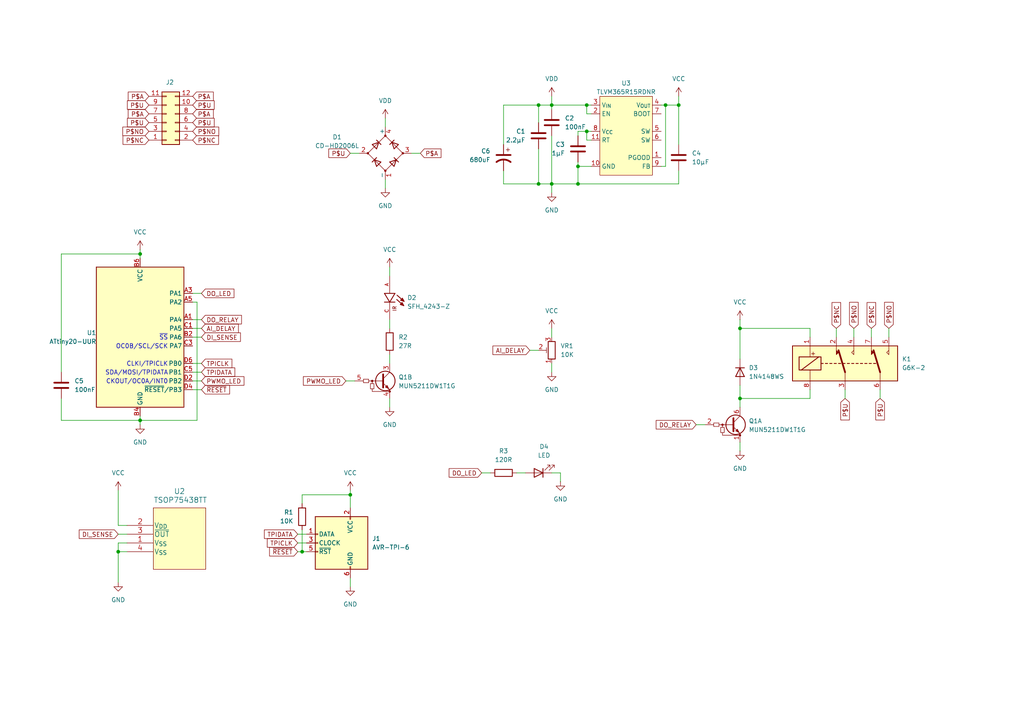
<source format=kicad_sch>
(kicad_sch (version 20250114) (generator "eeschema") (generator_version "9.0")
  (paper "A4")
  (lib_symbols
    (symbol "Connector:AVR-TPI-6" (pin_names (offset 1.016))
      (property "Reference" "J" (at -6.35 8.89 0))
      (property "Value" "AVR-TPI-6" (at 0 8.89 0))
      (symbol "AVR-TPI-6_0_1"
        (rectangle (start -2.667 7.62) (end -2.413 6.858))
        (rectangle (start -2.667 -6.858) (end -2.413 -7.62))
        (rectangle (start 7.62 7.62) (end -7.62 -7.62) (stroke (width 0.254)) (fill (type background)))
        (rectangle (start 7.62 2.667) (end 6.858 2.413))
        (rectangle (start 7.62 0.127) (end 6.858 -0.127))
        (rectangle (start 7.62 -2.413) (end 6.858 -2.667))
      )
      (symbol "AVR-TPI-6_1_1"
        (pin passive line (at -2.54 10.16 270) (length 2.54) (name "VCC") (number "2"))
        (pin passive line (at -2.54 -10.16 90) (length 2.54) (name "GND") (number "6"))
        (pin no_connect line (at 7.62 -5.08 180) (length 2.54) (hide yes) (name "NC") (number "4"))
        (pin passive line (at 10.16 2.54 180) (length 2.54) (name "DATA") (number "1"))
        (pin passive line (at 10.16 0 180) (length 2.54) (name "CLOCK") (number "3"))
        (pin passive line (at 10.16 -2.54 180) (length 2.54) (name "~{RST}") (number "5"))
      )
    )
    (symbol "Connector_Generic:Conn_02x06_Odd_Even" (pin_names (offset 1.016) (hide yes))
      (property "Reference" "J" (at 1.27 7.62 0))
      (property "Value" "Conn_02x06_Odd_Even" (at 1.27 -10.16 0))
      (symbol "Conn_02x06_Odd_Even_1_1"
        (rectangle (start -1.27 6.35) (end 3.81 -8.89) (stroke (width 0.254)) (fill (type background)))
        (rectangle (start -1.27 5.207) (end 0 4.953) (stroke (width 0.1524)))
        (rectangle (start -1.27 2.667) (end 0 2.413) (stroke (width 0.1524)))
        (rectangle (start -1.27 0.127) (end 0 -0.127) (stroke (width 0.1524)))
        (rectangle (start -1.27 -2.413) (end 0 -2.667) (stroke (width 0.1524)))
        (rectangle (start -1.27 -4.953) (end 0 -5.207) (stroke (width 0.1524)))
        (rectangle (start -1.27 -7.493) (end 0 -7.747) (stroke (width 0.1524)))
        (rectangle (start 3.81 5.207) (end 2.54 4.953) (stroke (width 0.1524)))
        (rectangle (start 3.81 2.667) (end 2.54 2.413) (stroke (width 0.1524)))
        (rectangle (start 3.81 0.127) (end 2.54 -0.127) (stroke (width 0.1524)))
        (rectangle (start 3.81 -2.413) (end 2.54 -2.667) (stroke (width 0.1524)))
        (rectangle (start 3.81 -4.953) (end 2.54 -5.207) (stroke (width 0.1524)))
        (rectangle (start 3.81 -7.493) (end 2.54 -7.747) (stroke (width 0.1524)))
        (pin passive line (at -5.08 5.08 0) (length 3.81) (name "Pin_1") (number "1"))
        (pin passive line (at -5.08 2.54 0) (length 3.81) (name "Pin_3") (number "3"))
        (pin passive line (at -5.08 0 0) (length 3.81) (name "Pin_5") (number "5"))
        (pin passive line (at -5.08 -2.54 0) (length 3.81) (name "Pin_7") (number "7"))
        (pin passive line (at -5.08 -5.08 0) (length 3.81) (name "Pin_9") (number "9"))
        (pin passive line (at -5.08 -7.62 0) (length 3.81) (name "Pin_11") (number "11"))
        (pin passive line (at 7.62 5.08 180) (length 3.81) (name "Pin_2") (number "2"))
        (pin passive line (at 7.62 2.54 180) (length 3.81) (name "Pin_4") (number "4"))
        (pin passive line (at 7.62 0 180) (length 3.81) (name "Pin_6") (number "6"))
        (pin passive line (at 7.62 -2.54 180) (length 3.81) (name "Pin_8") (number "8"))
        (pin passive line (at 7.62 -5.08 180) (length 3.81) (name "Pin_10") (number "10"))
        (pin passive line (at 7.62 -7.62 180) (length 3.81) (name "Pin_12") (number "12"))
      )
    )
    (symbol "Device:C" (pin_numbers (hide yes)) (pin_names (offset 0.254))
      (property "Reference" "C" (at 0.635 2.54 0))
      (property "Value" "C" (at 0.635 -2.54 0))
      (symbol "C_0_1"
        (polyline (pts (xy -2.032 0.762) (xy 2.032 0.762)) (stroke (width 0.508)))
        (polyline (pts (xy -2.032 -0.762) (xy 2.032 -0.762)) (stroke (width 0.508)))
      )
      (symbol "C_1_1"
        (pin passive line (at 0 3.81 270) (length 2.794) (name "~") (number "1"))
        (pin passive line (at 0 -3.81 90) (length 2.794) (name "~") (number "2"))
      )
    )
    (symbol "Device:C_Polarized_US" (pin_numbers (hide yes)) (pin_names (offset 0.254) (hide yes))
      (property "Reference" "C" (at 0.635 2.54 0))
      (property "Value" "C_Polarized_US" (at 0.635 -2.54 0))
      (symbol "C_Polarized_US_0_1"
        (polyline (pts (xy -2.032 0.762) (xy 2.032 0.762)) (stroke (width 0.508)))
        (polyline (pts (xy -1.778 2.286) (xy -0.762 2.286)))
        (polyline (pts (xy -1.27 1.778) (xy -1.27 2.794)))
        (arc (start -2.032 -1.27) (mid 0 -0.5572) (end 2.032 -1.27) (stroke (width 0.508)))
      )
      (symbol "C_Polarized_US_1_1"
        (pin passive line (at 0 3.81 270) (length 2.794) (name "~") (number "1"))
        (pin passive line (at 0 -3.81 90) (length 3.302) (name "~") (number "2"))
      )
    )
    (symbol "Device:D_Bridge_-AA+" (pin_names (offset 0))
      (property "Reference" "D" (at 2.54 6.985 0))
      (property "Value" "D_Bridge_-AA+" (at 2.54 5.08 0))
      (symbol "D_Bridge_-AA+_0_1"
        (circle (center -5.08 0) (radius 0.254) (fill (type outline)))
        (polyline (pts (xy -5.08 0) (xy 0 -5.08) (xy 5.08 0) (xy 0 5.08) (xy -5.08 0)))
        (polyline (pts (xy -3.81 2.54) (xy -2.54 1.27) (xy -1.905 3.175) (xy -3.81 2.54)) (stroke (width 0.254)))
        (polyline (pts (xy -2.54 3.81) (xy -1.27 2.54)) (stroke (width 0.254)))
        (polyline (pts (xy -2.54 -1.27) (xy -3.81 -2.54) (xy -1.905 -3.175) (xy -2.54 -1.27)) (stroke (width 0.254)))
        (polyline (pts (xy -1.27 -2.54) (xy -2.54 -3.81)) (stroke (width 0.254)))
        (circle (center 0 5.08) (radius 0.254) (fill (type outline)))
        (circle (center 0 -5.08) (radius 0.254) (fill (type outline)))
        (polyline (pts (xy 1.27 2.54) (xy 2.54 3.81) (xy 3.175 1.905) (xy 1.27 2.54)) (stroke (width 0.254)))
        (polyline (pts (xy 2.54 1.27) (xy 3.81 2.54)) (stroke (width 0.254)))
        (polyline (pts (xy 2.54 -1.27) (xy 3.81 -2.54)) (stroke (width 0.254)))
        (polyline (pts (xy 3.175 -1.905) (xy 1.27 -2.54) (xy 2.54 -3.81) (xy 3.175 -1.905)) (stroke (width 0.254)))
        (circle (center 5.08 0) (radius 0.254) (fill (type outline)))
      )
      (symbol "D_Bridge_-AA+_1_1"
        (pin passive line (at -7.62 0 0) (length 2.54) (name "-") (number "1"))
        (pin passive line (at 0 7.62 270) (length 2.54) (name "~") (number "2"))
        (pin passive line (at 0 -7.62 90) (length 2.54) (name "~") (number "3"))
        (pin passive line (at 7.62 0 180) (length 2.54) (name "+") (number "4"))
      )
    )
    (symbol "Device:LED" (pin_numbers (hide yes)) (pin_names (offset 1.016) (hide yes))
      (property "Reference" "D" (at 0 2.54 0))
      (property "Value" "LED" (at 0 -2.54 0))
      (symbol "LED_0_1"
        (polyline (pts (xy -3.048 -0.762) (xy -4.572 -2.286) (xy -3.81 -2.286) (xy -4.572 -2.286) (xy -4.572 -1.524)))
        (polyline (pts (xy -1.778 -0.762) (xy -3.302 -2.286) (xy -2.54 -2.286) (xy -3.302 -2.286) (xy -3.302 -1.524)))
        (polyline (pts (xy -1.27 0) (xy 1.27 0)))
        (polyline (pts (xy -1.27 -1.27) (xy -1.27 1.27)) (stroke (width 0.254)))
        (polyline (pts (xy 1.27 -1.27) (xy 1.27 1.27) (xy -1.27 0) (xy 1.27 -1.27)) (stroke (width 0.254)))
      )
      (symbol "LED_1_1"
        (pin passive line (at -3.81 0 0) (length 2.54) (name "K") (number "1"))
        (pin passive line (at 3.81 0 180) (length 2.54) (name "A") (number "2"))
      )
    )
    (symbol "Device:R" (pin_numbers (hide yes)) (pin_names (offset 0))
      (property "Reference" "R" (at 2.032 0 90))
      (property "Value" "R" (at 0 0 90))
      (symbol "R_0_1"
        (rectangle (start -1.016 -2.54) (end 1.016 2.54) (stroke (width 0.254)))
      )
      (symbol "R_1_1"
        (pin passive line (at 0 3.81 270) (length 1.27) (name "~") (number "1"))
        (pin passive line (at 0 -3.81 90) (length 1.27) (name "~") (number "2"))
      )
    )
    (symbol "Device:R_Potentiometer_Trim" (pin_names (offset 1.016) (hide yes))
      (property "Reference" "RV" (at -4.445 0 90))
      (property "Value" "R_Potentiometer_Trim" (at -2.54 0 90))
      (symbol "R_Potentiometer_Trim_0_1"
        (rectangle (start 1.016 2.54) (end -1.016 -2.54) (stroke (width 0.254)))
        (polyline (pts (xy 1.524 0.762) (xy 1.524 -0.762)))
        (polyline (pts (xy 2.54 0) (xy 1.524 0)))
      )
      (symbol "R_Potentiometer_Trim_1_1"
        (pin passive line (at 0 3.81 270) (length 1.27) (name "1") (number "1"))
        (pin passive line (at 0 -3.81 90) (length 1.27) (name "3") (number "3"))
        (pin passive line (at 3.81 0 180) (length 1.27) (name "2") (number "2"))
      )
    )
    (symbol "Diode:1N4148WS" (pin_numbers (hide yes)) (pin_names (hide yes))
      (property "Reference" "D" (at 0 2.54 0))
      (property "Value" "1N4148WS" (at 0 -2.54 0))
      (symbol "1N4148WS_0_1"
        (polyline (pts (xy -1.27 1.27) (xy -1.27 -1.27)) (stroke (width 0.254)))
        (polyline (pts (xy 1.27 1.27) (xy 1.27 -1.27) (xy -1.27 0) (xy 1.27 1.27)) (stroke (width 0.254)))
        (polyline (pts (xy 1.27 0) (xy -1.27 0)))
      )
      (symbol "1N4148WS_1_1"
        (pin passive line (at -3.81 0 0) (length 2.54) (name "K") (number "1"))
        (pin passive line (at 3.81 0 180) (length 2.54) (name "A") (number "2"))
      )
    )
    (symbol "MCU_Microchip_ATtiny:ATtiny20-U"
      (property "Reference" "U" (at -12.7 21.59 0))
      (property "Value" "ATtiny20-U" (at 2.54 -21.59 0))
      (symbol "ATtiny20-U_0_1"
        (rectangle (start -12.7 -20.32) (end 12.7 20.32) (stroke (width 0.254)) (fill (type background)))
      )
      (symbol "ATtiny20-U_1_1"
        (pin power_in line (at 0 22.86 270) (length 2.54) (name "VCC") (number "B6"))
        (pin power_in line (at 0 -22.86 90) (length 2.54) (name "GND") (number "B4"))
        (pin bidirectional line (at 15.24 12.7 180) (length 2.54) (name "PA1") (number "A3"))
        (pin bidirectional line (at 15.24 10.16 180) (length 2.54) (name "PA2") (number "A5"))
        (pin bidirectional line (at 15.24 5.08 180) (length 2.54) (name "PA4") (number "A1"))
        (pin bidirectional line (at 15.24 2.54 180) (length 2.54) (name "PA5") (number "C1"))
        (pin bidirectional line (at 15.24 0 180) (length 2.54) (name "PA6") (number "B2"))
        (pin bidirectional line (at 15.24 -2.54 180) (length 2.54) (name "PA7") (number "C3"))
        (pin bidirectional line (at 15.24 -7.62 180) (length 2.54) (name "PB0") (number "D6"))
        (pin bidirectional line (at 15.24 -10.16 180) (length 2.54) (name "PB1") (number "C5"))
        (pin bidirectional line (at 15.24 -12.7 180) (length 2.54) (name "PB2") (number "D2"))
        (pin bidirectional line (at 15.24 -15.24 180) (length 2.54) (name "~{RESET}/PB3") (number "D4"))
      )
    )
    (symbol "Relay:G6K-2"
      (property "Reference" "K" (at 16.51 3.81 0))
      (property "Value" "G6K-2" (at 16.51 1.27 0))
      (symbol "G6K-2_0_0"
        (text "+" (at -9.271 2.921 0) (effects (font (size 1.27 1.27))))
      )
      (symbol "G6K-2_0_1"
        (rectangle (start -15.24 5.08) (end 15.24 -5.08) (stroke (width 0.254)) (fill (type background)))
        (rectangle (start -13.335 1.905) (end -6.985 -1.905) (stroke (width 0.254)))
        (polyline (pts (xy -12.7 -1.905) (xy -7.62 1.905)) (stroke (width 0.254)))
        (polyline (pts (xy -10.16 5.08) (xy -10.16 1.905)))
        (polyline (pts (xy -10.16 -5.08) (xy -10.16 -1.905)))
        (polyline (pts (xy -6.985 0) (xy -6.35 0)) (stroke (width 0.254)))
        (polyline (pts (xy -5.715 0) (xy -5.08 0)) (stroke (width 0.254)))
        (polyline (pts (xy -4.445 0) (xy -3.81 0)) (stroke (width 0.254)))
        (polyline (pts (xy -3.175 0) (xy -2.54 0)) (stroke (width 0.254)))
        (polyline (pts (xy -2.54 5.08) (xy -2.54 2.54) (xy -1.905 3.175) (xy -2.54 3.81)) (fill (type outline)))
        (polyline (pts (xy -1.905 0) (xy -1.27 0)) (stroke (width 0.254)))
        (polyline (pts (xy -0.635 0) (xy 0 0)) (stroke (width 0.254)))
        (polyline (pts (xy 0 -2.54) (xy -1.905 3.81)) (stroke (width 0.508)))
        (polyline (pts (xy 0 -2.54) (xy 0 -5.08)))
        (polyline (pts (xy 0.635 0) (xy 1.27 0)) (stroke (width 0.254)))
        (polyline (pts (xy 1.905 0) (xy 2.54 0)) (stroke (width 0.254)))
        (polyline (pts (xy 2.54 5.08) (xy 2.54 2.54) (xy 1.905 3.175) (xy 2.54 3.81)))
        (polyline (pts (xy 3.175 0) (xy 3.81 0)) (stroke (width 0.254)))
        (polyline (pts (xy 4.445 0) (xy 5.08 0)) (stroke (width 0.254)))
        (polyline (pts (xy 5.715 0) (xy 6.35 0)) (stroke (width 0.254)))
        (polyline (pts (xy 6.985 0) (xy 7.62 0)) (stroke (width 0.254)))
        (polyline (pts (xy 7.62 5.08) (xy 7.62 2.54) (xy 8.255 3.175) (xy 7.62 3.81)) (fill (type outline)))
        (polyline (pts (xy 8.255 0) (xy 8.89 0)) (stroke (width 0.254)))
        (polyline (pts (xy 10.16 -2.54) (xy 8.255 3.81)) (stroke (width 0.508)))
        (polyline (pts (xy 10.16 -2.54) (xy 10.16 -5.08)))
        (polyline (pts (xy 12.7 5.08) (xy 12.7 2.54) (xy 12.065 3.175) (xy 12.7 3.81)))
      )
      (symbol "G6K-2_1_1"
        (pin passive line (at -10.16 7.62 270) (length 2.54) (name "~") (number "1"))
        (pin passive line (at -10.16 -7.62 90) (length 2.54) (name "~") (number "8"))
        (pin passive line (at -2.54 7.62 270) (length 2.54) (name "~") (number "2"))
        (pin passive line (at 0 -7.62 90) (length 2.54) (name "~") (number "3"))
        (pin passive line (at 2.54 7.62 270) (length 2.54) (name "~") (number "4"))
        (pin passive line (at 7.62 7.62 270) (length 2.54) (name "~") (number "7"))
        (pin passive line (at 10.16 -7.62 90) (length 2.54) (name "~") (number "6"))
        (pin passive line (at 12.7 7.62 270) (length 2.54) (name "~") (number "5"))
      )
    )
    (symbol "SFH_4243-Z:SFH_4243-Z" (pin_names (offset 1.016) (hide yes))
      (property "Reference" "D" (at -3.556 4.826 0))
      (property "Value" "SFH_4243-Z" (at -3.556 -3.302 0))
      (symbol "SFH_4243-Z_0_0"
        (polyline (pts (xy -2.54 1.524) (xy -2.54 -1.524)) (stroke (width 0.254)))
        (polyline (pts (xy -2.54 -1.524) (xy 0 0)) (stroke (width 0.254)))
        (polyline (pts (xy -1.1176 3.683) (xy -0.2286 4.1656)) (stroke (width 0.254)))
        (polyline (pts (xy -0.9398 3.6068) (xy -0.7112 3.7592)) (stroke (width 0.254)))
        (polyline (pts (xy -0.5588 3.2004) (xy -1.1176 3.683)) (stroke (width 0.254)))
        (polyline (pts (xy -0.5588 3.2004) (xy -0.5334 3.937)) (stroke (width 0.254)))
        (polyline (pts (xy -0.5334 3.937) (xy -0.6604 3.937)) (stroke (width 0.254)))
        (polyline (pts (xy -0.2286 4.1656) (xy -2.0066 2.1336)) (stroke (width 0.254)))
        (polyline (pts (xy -0.2286 4.1656) (xy -0.5588 3.2004)) (stroke (width 0.254)))
        (polyline (pts (xy 0 1.524) (xy 0 -1.524)) (stroke (width 0.254)))
        (polyline (pts (xy 0 0) (xy -2.54 1.524)) (stroke (width 0.254)))
        (polyline (pts (xy 0.127 3.5814) (xy 1.016 4.064)) (stroke (width 0.254)))
        (polyline (pts (xy 0.3048 3.5052) (xy 0.5334 3.6576)) (stroke (width 0.254)))
        (polyline (pts (xy 0.6858 3.0988) (xy 0.127 3.5814)) (stroke (width 0.254)))
        (polyline (pts (xy 0.6858 3.0988) (xy 0.7112 3.8354)) (stroke (width 0.254)))
        (polyline (pts (xy 0.7112 3.8354) (xy 0.5842 3.8354)) (stroke (width 0.254)))
        (polyline (pts (xy 1.016 4.064) (xy -0.762 2.032)) (stroke (width 0.254)))
        (polyline (pts (xy 1.016 4.064) (xy 0.6858 3.0988)) (stroke (width 0.254)))
        (text "IR" (at 1.016 2.032 0) (effects (font (size 1.016 1.016)) (justify left bottom)))
        (pin passive line (at -7.62 0 0) (length 5.08) (name "~") (number "A"))
        (pin passive line (at 5.08 0 180) (length 5.08) (name "~") (number "C"))
      )
    )
    (symbol "TSOP75438WTT:TSOP75438WTT" (pin_names (offset 0.254))
      (property "Reference" "U" (at 0 12.954 0))
      (property "Value" "TSOP75438WTT" (at 0.508 10.668 0))
      (symbol "TSOP75438WTT_0_1"
        (rectangle (start -7.62 8.89) (end 7.62 -8.89) (fill (type background)))
      )
      (symbol "TSOP75438WTT_1_1"
        (pin power_in line (at 15.24 3.81 180) (length 7.62) (name "V_{DD}") (number "2"))
        (pin output line (at 15.24 1.27 180) (length 7.62) (name "~{OUT}") (number "3"))
        (pin power_in line (at 15.24 -1.27 180) (length 7.62) (name "V_{SS}") (number "1"))
        (pin power_in line (at 15.24 -3.81 180) (length 7.62) (name "V_{SS}") (number "4"))
      )
    )
    (symbol "Transistor_BJT:Q_Dual_NPN_NPN_BRT_E1B1C2E2B2C1" (pin_names (hide yes))
      (property "Reference" "Q" (at 3.81 1.27 0))
      (property "Value" "Q_Dual_NPN_NPN_BRT_E1B1C2E2B2C1" (at 3.81 -1.27 0))
      (symbol "Q_Dual_NPN_NPN_BRT_E1B1C2E2B2C1_0_1"
        (rectangle (start -6.35 0.508) (end -4.826 -0.508))
        (rectangle (start -4.318 -2.286) (end -3.302 -0.762))
        (circle (center -3.81 0) (radius 0.254) (fill (type outline)))
        (polyline (pts (xy -3.81 -0.762) (xy -3.81 0)))
        (polyline (pts (xy -3.81 -2.286) (xy -3.81 -3.048) (xy 1.27 -3.048)))
        (polyline (pts (xy -0.762 0) (xy -4.826 0)))
        (polyline (pts (xy -0.635 1.905) (xy -0.635 -1.905)) (stroke (width 0.508)))
        (polyline (pts (xy -0.635 0.635) (xy 1.27 2.54)))
        (polyline (pts (xy -0.635 -0.635) (xy 1.27 -2.54)))
        (polyline (pts (xy 0 -1.778) (xy 0.508 -1.27) (xy 1.016 -2.286) (xy 0 -1.778)) (fill (type outline)))
        (circle (center 1.27 -3.048) (radius 0.254) (fill (type outline)))
      )
      (symbol "Q_Dual_NPN_NPN_BRT_E1B1C2E2B2C1_1_1"
        (circle (center 0 0) (radius 2.8194) (stroke (width 0.254)))
        (pin input line (at -8.89 0 0) (length 2.54) (name "B1") (number "2"))
        (pin passive line (at 1.27 5.08 270) (length 2.54) (name "C1") (number "6"))
        (pin passive line (at 1.27 -5.08 90) (length 2.54) (name "E1") (number "1"))
      )
      (symbol "Q_Dual_NPN_NPN_BRT_E1B1C2E2B2C1_2_1"
        (circle (center 0 0) (radius 2.8194) (stroke (width 0.254)))
        (pin input line (at -8.89 0 0) (length 2.54) (name "B2") (number "5"))
        (pin passive line (at 1.27 5.08 270) (length 2.54) (name "C2") (number "3"))
        (pin passive line (at 1.27 -5.08 90) (length 2.54) (name "E2") (number "4"))
      )
    )
    (symbol "jsdev:TPSM365R1x"
      (property "Reference" "U" (at 0 13.716 0))
      (symbol "TPSM365R1x_0_1"
        (rectangle (start -7.62 11.43) (end 7.62 -11.43) (fill (type background)))
      )
      (symbol "TPSM365R1x_1_1"
        (pin power_in line (at -10.16 8.89 0) (length 2.54) (name "V_{IN}") (number "3"))
        (pin input line (at -10.16 6.35 0) (length 2.54) (name "EN") (number "2"))
        (pin output line (at -10.16 1.27 0) (length 2.54) (name "V_{CC}") (number "8"))
        (pin passive line (at -10.16 -1.27 0) (length 2.54) (name "RT") (number "11"))
        (pin power_in line (at -10.16 -8.89 0) (length 2.54) (name "GND") (number "10"))
        (pin power_out line (at 10.16 8.89 180) (length 2.54) (name "V_{OUT}") (number "4"))
        (pin passive line (at 10.16 6.35 180) (length 2.54) (name "BOOT") (number "7"))
        (pin passive line (at 10.16 1.27 180) (length 2.54) (name "SW") (number "5"))
        (pin passive line (at 10.16 -1.27 180) (length 2.54) (name "SW") (number "6"))
        (pin output line (at 10.16 -6.35 180) (length 2.54) (name "PGOOD") (number "1"))
        (pin passive line (at 10.16 -8.89 180) (length 2.54) (name "FB") (number "9"))
      )
    )
    (symbol "power:GND" (power) (pin_numbers (hide yes)) (pin_names (offset 0) (hide yes))
      (property "Value" "GND" (at 0 -3.81 0))
      (symbol "GND_0_1"
        (polyline (pts (xy 0 0) (xy 0 -1.27) (xy 1.27 -1.27) (xy 0 -2.54) (xy -1.27 -1.27) (xy 0 -1.27)))
      )
      (symbol "GND_1_1"
        (pin power_in line (at 0 0 270) (length 0) (name "~") (number "1"))
      )
    )
    (symbol "power:VCC" (power) (pin_numbers (hide yes)) (pin_names (offset 0) (hide yes))
      (property "Value" "VCC" (at 0 3.556 0))
      (symbol "VCC_0_1"
        (polyline (pts (xy -0.762 1.27) (xy 0 2.54)))
        (polyline (pts (xy 0 2.54) (xy 0.762 1.27)))
        (polyline (pts (xy 0 0) (xy 0 2.54)))
      )
      (symbol "VCC_1_1"
        (pin power_in line (at 0 0 90) (length 0) (name "~") (number "1"))
      )
    )
    (symbol "power:VDD" (power) (pin_numbers (hide yes)) (pin_names (offset 0) (hide yes))
      (property "Value" "VDD" (at 0 3.556 0))
      (symbol "VDD_0_1"
        (polyline (pts (xy -0.762 1.27) (xy 0 2.54)))
        (polyline (pts (xy 0 2.54) (xy 0.762 1.27)))
        (polyline (pts (xy 0 0) (xy 0 2.54)))
      )
      (symbol "VDD_1_1"
        (pin power_in line (at 0 0 90) (length 0) (name "~") (number "1"))
      )
    )
  )
  (text "CLKI/TPICLK" (at 48.768 105.664 0) (effects (font (size 1.27 1.27)) (justify right)))
  (text "SDA/MOSI/TPIDATA" (at 48.768 108.204 0) (effects (font (size 1.27 1.27)) (justify right)))
  (text "CKOUT/OC0A/INT0" (at 48.768 110.744 0) (effects (font (size 1.27 1.27)) (justify right)))
  (text "~{SS}" (at 48.768 98.044 0) (effects (font (size 1.27 1.27)) (justify right)))
  (text "OC0B/SCL/SCK" (at 48.768 100.584 0) (effects (font (size 1.27 1.27)) (justify right)))
  (junction (at 170.18 38.1))
  (junction (at 156.21 53.34))
  (junction (at 87.63 160.02))
  (junction (at 160.02 30.48))
  (junction (at 193.04 30.48))
  (junction (at 34.29 160.02))
  (junction (at 214.63 95.25))
  (junction (at 170.18 30.48))
  (junction (at 40.64 121.92))
  (junction (at 40.64 73.66))
  (junction (at 196.85 30.48))
  (junction (at 214.63 115.57))
  (junction (at 167.64 53.34))
  (junction (at 167.64 48.26))
  (junction (at 156.21 30.48))
  (junction (at 160.02 53.34))
  (junction (at 101.6 143.51))
  (wire (pts (xy 167.64 53.34) (xy 196.85 53.34)))
  (wire (pts (xy 252.73 95.25) (xy 252.73 97.79)))
  (wire (pts (xy 34.29 154.94) (xy 36.83 154.94)))
  (wire (pts (xy 34.29 157.48) (xy 34.29 160.02)))
  (wire (pts (xy 214.63 115.57) (xy 234.95 115.57)))
  (wire (pts (xy 113.03 115.57) (xy 113.03 118.11)))
  (wire (pts (xy 167.64 53.34) (xy 167.64 48.26)))
  (wire (pts (xy 257.81 97.79) (xy 257.81 95.25)))
  (wire (pts (xy 55.88 87.63) (xy 57.15 87.63)))
  (wire (pts (xy 146.05 53.34) (xy 156.21 53.34)))
  (wire (pts (xy 104.14 44.45) (xy 101.6 44.45)))
  (wire (pts (xy 57.15 87.63) (xy 57.15 121.92)))
  (wire (pts (xy 113.03 77.47) (xy 113.03 80.01)))
  (wire (pts (xy 234.95 97.79) (xy 234.95 95.25)))
  (wire (pts (xy 146.05 53.34) (xy 146.05 49.53)))
  (wire (pts (xy 86.36 154.94) (xy 88.9 154.94)))
  (wire (pts (xy 17.78 115.57) (xy 17.78 121.92)))
  (wire (pts (xy 156.21 53.34) (xy 156.21 43.18)))
  (wire (pts (xy 111.76 34.29) (xy 111.76 36.83)))
  (wire (pts (xy 160.02 137.16) (xy 162.56 137.16)))
  (wire (pts (xy 40.64 73.66) (xy 17.78 73.66)))
  (wire (pts (xy 58.42 107.95) (xy 55.88 107.95)))
  (wire (pts (xy 34.29 160.02) (xy 34.29 168.91)))
  (wire (pts (xy 152.4 137.16) (xy 149.86 137.16)))
  (wire (pts (xy 17.78 121.92) (xy 40.64 121.92)))
  (wire (pts (xy 101.6 167.64) (xy 101.6 170.18)))
  (wire (pts (xy 171.45 48.26) (xy 167.64 48.26)))
  (wire (pts (xy 160.02 27.94) (xy 160.02 30.48)))
  (wire (pts (xy 36.83 152.4) (xy 34.29 152.4)))
  (wire (pts (xy 170.18 30.48) (xy 170.18 33.02)))
  (wire (pts (xy 160.02 107.95) (xy 160.02 105.41)))
  (wire (pts (xy 55.88 92.71) (xy 58.42 92.71)))
  (wire (pts (xy 247.65 95.25) (xy 247.65 97.79)))
  (wire (pts (xy 146.05 30.48) (xy 146.05 41.91)))
  (wire (pts (xy 171.45 30.48) (xy 170.18 30.48)))
  (wire (pts (xy 153.67 101.6) (xy 156.21 101.6)))
  (wire (pts (xy 193.04 30.48) (xy 196.85 30.48)))
  (wire (pts (xy 121.92 44.45) (xy 119.38 44.45)))
  (wire (pts (xy 58.42 113.03) (xy 55.88 113.03)))
  (wire (pts (xy 101.6 142.24) (xy 101.6 143.51)))
  (wire (pts (xy 242.57 95.25) (xy 242.57 97.79)))
  (wire (pts (xy 234.95 113.03) (xy 234.95 115.57)))
  (wire (pts (xy 196.85 49.53) (xy 196.85 53.34)))
  (wire (pts (xy 156.21 53.34) (xy 160.02 53.34)))
  (wire (pts (xy 255.27 113.03) (xy 255.27 115.57)))
  (wire (pts (xy 245.11 115.57) (xy 245.11 113.03)))
  (wire (pts (xy 160.02 30.48) (xy 160.02 31.75)))
  (wire (pts (xy 170.18 38.1) (xy 170.18 40.64)))
  (wire (pts (xy 196.85 27.94) (xy 196.85 30.48)))
  (wire (pts (xy 87.63 153.67) (xy 87.63 160.02)))
  (wire (pts (xy 170.18 33.02) (xy 171.45 33.02)))
  (wire (pts (xy 36.83 160.02) (xy 34.29 160.02)))
  (wire (pts (xy 191.77 30.48) (xy 193.04 30.48)))
  (wire (pts (xy 111.76 52.07) (xy 111.76 54.61)))
  (wire (pts (xy 55.88 97.79) (xy 58.42 97.79)))
  (wire (pts (xy 113.03 92.71) (xy 113.03 95.25)))
  (wire (pts (xy 87.63 160.02) (xy 88.9 160.02)))
  (wire (pts (xy 167.64 38.1) (xy 167.64 39.37)))
  (wire (pts (xy 40.64 120.65) (xy 40.64 121.92)))
  (wire (pts (xy 214.63 95.25) (xy 214.63 104.14)))
  (wire (pts (xy 171.45 40.64) (xy 170.18 40.64)))
  (wire (pts (xy 191.77 48.26) (xy 193.04 48.26)))
  (wire (pts (xy 34.29 142.24) (xy 34.29 152.4)))
  (wire (pts (xy 86.36 160.02) (xy 87.63 160.02)))
  (wire (pts (xy 36.83 157.48) (xy 34.29 157.48)))
  (wire (pts (xy 101.6 143.51) (xy 101.6 147.32)))
  (wire (pts (xy 113.03 102.87) (xy 113.03 105.41)))
  (wire (pts (xy 86.36 157.48) (xy 88.9 157.48)))
  (wire (pts (xy 214.63 128.27) (xy 214.63 130.81)))
  (wire (pts (xy 160.02 39.37) (xy 160.02 53.34)))
  (wire (pts (xy 146.05 30.48) (xy 156.21 30.48)))
  (wire (pts (xy 40.64 73.66) (xy 40.64 74.93)))
  (wire (pts (xy 214.63 118.11) (xy 214.63 115.57)))
  (wire (pts (xy 156.21 35.56) (xy 156.21 30.48)))
  (wire (pts (xy 40.64 121.92) (xy 40.64 123.19)))
  (wire (pts (xy 40.64 121.92) (xy 57.15 121.92)))
  (wire (pts (xy 170.18 38.1) (xy 167.64 38.1)))
  (wire (pts (xy 214.63 95.25) (xy 234.95 95.25)))
  (wire (pts (xy 87.63 146.05) (xy 87.63 143.51)))
  (wire (pts (xy 58.42 105.41) (xy 55.88 105.41)))
  (wire (pts (xy 55.88 110.49) (xy 58.42 110.49)))
  (wire (pts (xy 170.18 30.48) (xy 160.02 30.48)))
  (wire (pts (xy 55.88 95.25) (xy 58.42 95.25)))
  (wire (pts (xy 167.64 53.34) (xy 160.02 53.34)))
  (wire (pts (xy 167.64 46.99) (xy 167.64 48.26)))
  (wire (pts (xy 193.04 48.26) (xy 193.04 30.48)))
  (wire (pts (xy 160.02 95.25) (xy 160.02 97.79)))
  (wire (pts (xy 214.63 111.76) (xy 214.63 115.57)))
  (wire (pts (xy 196.85 30.48) (xy 196.85 41.91)))
  (wire (pts (xy 156.21 30.48) (xy 160.02 30.48)))
  (wire (pts (xy 171.45 38.1) (xy 170.18 38.1)))
  (wire (pts (xy 87.63 143.51) (xy 101.6 143.51)))
  (wire (pts (xy 17.78 73.66) (xy 17.78 107.95)))
  (wire (pts (xy 201.93 123.19) (xy 204.47 123.19)))
  (wire (pts (xy 139.7 137.16) (xy 142.24 137.16)))
  (wire (pts (xy 100.33 110.49) (xy 102.87 110.49)))
  (wire (pts (xy 214.63 95.25) (xy 214.63 92.71)))
  (wire (pts (xy 160.02 53.34) (xy 160.02 55.88)))
  (wire (pts (xy 40.64 72.39) (xy 40.64 73.66)))
  (wire (pts (xy 55.88 85.09) (xy 58.42 85.09)))
  (wire (pts (xy 162.56 137.16) (xy 162.56 139.7)))
  (global_label "P$A" (shape input) (at 43.18 33.02 180) (property "Intersheetrefs" "${INTERSHEET_REFS}" (effects (hide yes))))
  (global_label "P$U" (shape input) (at 101.6 44.45 180) (property "Intersheetrefs" "${INTERSHEET_REFS}" (effects (hide yes))))
  (global_label "P$A" (shape input) (at 55.88 33.02 0) (property "Intersheetrefs" "${INTERSHEET_REFS}" (effects (hide yes))))
  (global_label "PWMO_LED" (shape input) (at 58.42 110.49 0) (property "Intersheetrefs" "${INTERSHEET_REFS}" (effects (hide yes))))
  (global_label "DO_RELAY" (shape input) (at 58.42 92.71 0) (property "Intersheetrefs" "${INTERSHEET_REFS}" (effects (hide yes))))
  (global_label "~{RESET}" (shape input) (at 58.42 113.03 0) (property "Intersheetrefs" "${INTERSHEET_REFS}" (effects (hide yes))))
  (global_label "P$A" (shape input) (at 55.88 27.94 0) (property "Intersheetrefs" "${INTERSHEET_REFS}" (effects (hide yes))))
  (global_label "P$U" (shape input) (at 55.88 30.48 0) (property "Intersheetrefs" "${INTERSHEET_REFS}" (effects (hide yes))))
  (global_label "DI_SENSE" (shape input) (at 58.42 97.79 0) (property "Intersheetrefs" "${INTERSHEET_REFS}" (effects (hide yes))))
  (global_label "TPIDATA" (shape input) (at 58.42 107.95 0) (property "Intersheetrefs" "${INTERSHEET_REFS}" (effects (hide yes))))
  (global_label "P$U" (shape input) (at 43.18 35.56 180) (property "Intersheetrefs" "${INTERSHEET_REFS}" (effects (hide yes))))
  (global_label "DO_LED" (shape input) (at 58.42 85.09 0) (property "Intersheetrefs" "${INTERSHEET_REFS}" (effects (hide yes))))
  (global_label "P$U" (shape input) (at 43.18 30.48 180) (property "Intersheetrefs" "${INTERSHEET_REFS}" (effects (hide yes))))
  (global_label "~{RESET}" (shape input) (at 86.36 160.02 180) (property "Intersheetrefs" "${INTERSHEET_REFS}" (effects (hide yes))))
  (global_label "P$U" (shape input) (at 255.27 115.57 270) (property "Intersheetrefs" "${INTERSHEET_REFS}" (effects (hide yes))))
  (global_label "P$NO" (shape input) (at 247.65 95.25 90) (property "Intersheetrefs" "${INTERSHEET_REFS}" (effects (hide yes))))
  (global_label "P$A" (shape input) (at 121.92 44.45 0) (property "Intersheetrefs" "${INTERSHEET_REFS}" (effects (hide yes))))
  (global_label "DO_RELAY" (shape input) (at 201.93 123.19 180) (property "Intersheetrefs" "${INTERSHEET_REFS}" (effects (hide yes))))
  (global_label "P$U" (shape input) (at 245.11 115.57 270) (property "Intersheetrefs" "${INTERSHEET_REFS}" (effects (hide yes))))
  (global_label "P$NO" (shape input) (at 257.81 95.25 90) (property "Intersheetrefs" "${INTERSHEET_REFS}" (effects (hide yes))))
  (global_label "TPIDATA" (shape input) (at 86.36 154.94 180) (property "Intersheetrefs" "${INTERSHEET_REFS}" (effects (hide yes))))
  (global_label "P$NC" (shape input) (at 252.73 95.25 90) (property "Intersheetrefs" "${INTERSHEET_REFS}" (effects (hide yes))))
  (global_label "DO_LED" (shape input) (at 139.7 137.16 180) (property "Intersheetrefs" "${INTERSHEET_REFS}" (effects (hide yes))))
  (global_label "P$NO" (shape input) (at 43.18 38.1 180) (property "Intersheetrefs" "${INTERSHEET_REFS}" (effects (hide yes))))
  (global_label "AI_DELAY" (shape input) (at 58.42 95.25 0) (property "Intersheetrefs" "${INTERSHEET_REFS}" (effects (hide yes))))
  (global_label "P$NC" (shape input) (at 242.57 95.25 90) (property "Intersheetrefs" "${INTERSHEET_REFS}" (effects (hide yes))))
  (global_label "P$A" (shape input) (at 43.18 27.94 180) (property "Intersheetrefs" "${INTERSHEET_REFS}" (effects (hide yes))))
  (global_label "TPICLK" (shape input) (at 58.42 105.41 0) (property "Intersheetrefs" "${INTERSHEET_REFS}" (effects (hide yes))))
  (global_label "P$NO" (shape input) (at 55.88 38.1 0) (property "Intersheetrefs" "${INTERSHEET_REFS}" (effects (hide yes))))
  (global_label "DI_SENSE" (shape input) (at 34.29 154.94 180) (property "Intersheetrefs" "${INTERSHEET_REFS}" (effects (hide yes))))
  (global_label "PWMO_LED" (shape input) (at 100.33 110.49 180) (property "Intersheetrefs" "${INTERSHEET_REFS}" (effects (hide yes))))
  (global_label "AI_DELAY" (shape input) (at 153.67 101.6 180) (property "Intersheetrefs" "${INTERSHEET_REFS}" (effects (hide yes))))
  (global_label "P$NC" (shape input) (at 55.88 40.64 0) (property "Intersheetrefs" "${INTERSHEET_REFS}" (effects (hide yes))))
  (global_label "P$U" (shape input) (at 55.88 35.56 0) (property "Intersheetrefs" "${INTERSHEET_REFS}" (effects (hide yes))))
  (global_label "TPICLK" (shape input) (at 86.36 157.48 180) (property "Intersheetrefs" "${INTERSHEET_REFS}" (effects (hide yes))))
  (global_label "P$NC" (shape input) (at 43.18 40.64 180) (property "Intersheetrefs" "${INTERSHEET_REFS}" (effects (hide yes))))
  (symbol (lib_id "Device:C") (at 156.21 39.37 0) (mirror y) (unit 1)
    (property "Reference" "C1" (at 152.4 38.0999 0) (effects (justify left)))
    (property "Value" "2.2µF" (at 152.4 40.6399 0) (effects (justify left)))
    (property "Footprint" "Capacitor_SMD:C_0805_2012Metric" (effects (hide yes)))
    (property "Description" "GCM31CR71H225KA55L" (effects (hide yes)))
    (property "$/1" "$0.33" (effects (hide yes)))
    (property "$/10" "$1.98" (effects (hide yes)))
  )
  (symbol (lib_id "power:GND") (at 160.02 55.88 0) (unit 1)
    (property "Reference" "#PWR04" (effects (hide yes)))
    (property "Value" "GND" (at 160.02 60.96 0))
  )
  (symbol (lib_id "Device:R") (at 146.05 137.16 90) (unit 1)
    (property "Reference" "R3" (at 146.05 130.81 90))
    (property "Value" "120R" (at 146.05 133.35 90))
    (property "Footprint" "Resistor_SMD:R_0402_1005Metric" (effects (hide yes)))
    (property "Description" "RCS0402120RFKED" (effects (hide yes)))
    (property "$/1" "$0.11" (effects (hide yes)))
    (property "$/10" "$0.53" (effects (hide yes)))
    (property "Optional" "TRUE" (effects (hide yes)))
  )
  (symbol (lib_id "Device:C") (at 167.64 43.18 0) (mirror y) (unit 1)
    (property "Reference" "C3" (at 163.83 41.9099 0) (effects (justify left)))
    (property "Value" "1µF" (at 163.83 44.4499 0) (effects (justify left)))
    (property "Footprint" "Capacitor_SMD:C_0603_1608Metric" (effects (hide yes)))
    (property "Description" "CGA3E1X7R1V105K080AC" (effects (hide yes)))
    (property "$/1" "$0.23" (effects (hide yes)))
    (property "$/10" "$1.31" (effects (hide yes)))
  )
  (symbol (lib_id "Device:R_Potentiometer_Trim") (at 160.02 101.6 180) (unit 1)
    (property "Reference" "VR1" (at 162.56 100.3299 0) (effects (justify right)))
    (property "Value" "10K" (at 162.56 102.8699 0) (effects (justify right)))
    (property "Footprint" "jsdev:Potentiometer_Bourns_TC42X_Vertical" (effects (hide yes)))
    (property "Datasheet" "https://www.bourns.com/docs/Product-Datasheets/TC42.pdf" (effects (hide yes)))
    (property "Description" "TC42X-2-10E" (effects (hide yes)))
    (property "$/1" "$0.45" (effects (hide yes)))
    (property "$/10" "$3.79" (effects (hide yes)))
  )
  (symbol (lib_id "Relay:G6K-2") (at 245.11 105.41 0) (unit 1)
    (property "Reference" "K1" (at 261.62 104.1399 0) (effects (justify left)))
    (property "Value" "G6K-2" (at 261.62 106.6799 0) (effects (justify left)))
    (property "Footprint" "Relay_SMD:Relay_DPDT_Omron_G6K-2G-Y" (effects (hide yes)))
    (property "Datasheet" "http://omronfs.omron.com/en_US/ecb/products/pdf/en-g6k.pdf" (effects (hide yes)))
    (property "Description" "G6K-2G-Y-TR DC3" (effects (hide yes)))
    (property "$/1" "$4.30" (effects (hide yes)))
    (property "$/10" "$38.28" (effects (hide yes)))
  )
  (symbol (lib_id "power:GND") (at 214.63 130.81 0) (unit 1)
    (property "Reference" "#PWR0117" (effects (hide yes)))
    (property "Value" "GND" (at 214.63 135.89 0))
    (property "Description" "Power symbol creates a global label with name \"GND\" , ground" (effects (hide yes)))
  )
  (symbol (lib_id "Device:R") (at 87.63 149.86 0) (mirror y) (unit 1)
    (property "Reference" "R1" (at 85.09 148.5899 0) (effects (justify left)))
    (property "Value" "10K" (at 85.09 151.1299 0) (effects (justify left)))
    (property "Footprint" "Resistor_SMD:R_0402_1005Metric" (effects (hide yes)))
    (property "Description" "RCS040210K0FKED" (effects (hide yes)))
    (property "$/1" "$0.11" (effects (hide yes)))
    (property "$/10" "$0.52" (effects (hide yes)))
  )
  (symbol (lib_id "Device:D_Bridge_-AA+") (at 111.76 44.45 90) (unit 1)
    (property "Reference" "D1" (at 97.79 39.751 90))
    (property "Value" "CD-HD2006L" (at 97.79 42.291 90))
    (property "Footprint" "jsdev:Diode_Bridge_Bourns_CD-HD2x" (effects (hide yes)))
    (property "Description" "Diode bridge, -ve/AC/AC/+ve" (effects (hide yes)))
    (property "$/1" "$0.98" (effects (hide yes)))
    (property "$/10" "$7.33" (effects (hide yes)))
  )
  (symbol (lib_id "Connector_Generic:Conn_02x06_Odd_Even") (at 48.26 35.56 0) (mirror x) (unit 1)
    (property "Reference" "J2" (at 49.276 23.876 0))
    (property "Value" "Conn_02x06_Odd_Even" (effects (hide yes)))
    (property "Footprint" "jsdev:Kyocera_AVX_009296006202906" (effects (hide yes)))
    (property "Description" "Generic connector, double row, 02x06, odd/even pin numbering scheme (row 1 odd numbers, row 2 even numbers), script generated (kicad-library-utils/schlib/autogen/connector/)" (effects (hide yes)))
    (property "$/1" "$0.81" (effects (hide yes)))
    (property "$/10" "$6.86" (effects (hide yes)))
  )
  (symbol (lib_id "Device:C") (at 196.85 45.72 0) (unit 1)
    (property "Reference" "C4" (at 200.66 44.4499 0) (effects (justify left)))
    (property "Value" "10µF" (at 200.66 46.9899 0) (effects (justify left)))
    (property "Footprint" "Capacitor_SMD:C_0805_2012Metric" (effects (hide yes)))
    (property "Description" "GRM21BR61E106MA73L" (effects (hide yes)))
    (property "$/1" "$0.17" (effects (hide yes)))
    (property "$/10" "$0.99" (effects (hide yes)))
  )
  (symbol (lib_id "power:GND") (at 101.6 170.18 0) (unit 1)
    (property "Reference" "#PWR0108" (effects (hide yes)))
    (property "Value" "GND" (at 101.6 175.26 0))
    (property "Description" "Power symbol creates a global label with name \"GND\" , ground" (effects (hide yes)))
  )
  (symbol (lib_id "Connector:AVR-TPI-6") (at 99.06 157.48 0) (mirror y) (unit 1)
    (property "Reference" "J1" (at 107.95 156.2099 0) (effects (justify right)))
    (property "Value" "AVR-TPI-6" (at 107.95 158.7499 0) (effects (justify right)))
    (property "Footprint" "jsdev:PinHeader_ISP_POGO" (effects (hide yes)))
    (property "Description" "Atmel 6-pin TPI connector" (effects (hide yes)))
  )
  (symbol (lib_id "jsdev:TPSM365R1x") (at 181.61 39.37 0) (unit 1)
    (property "Reference" "U3" (at 181.61 24.13 0))
    (property "Value" "TLVM365R15RDNR" (at 181.61 26.67 0))
    (property "Footprint" "jsdev:QFN-FCMOD_TI_11C" (effects (hide yes)))
    (property "Datasheet" "https://www.ti.com/lit/ds/symlink/tpsm365r15.pdf" (effects (hide yes)))
    (property "Description" "TLVM365R15RDNR" (effects (hide yes)))
    (property "$/1" "$2.40" (effects (hide yes)))
    (property "$/10" "$17.79" (effects (hide yes)))
  )
  (symbol (lib_id "power:VCC") (at 113.03 77.47 0) (unit 1)
    (property "Reference" "#PWR0115" (effects (hide yes)))
    (property "Value" "VCC" (at 113.03 72.39 0))
    (property "Description" "Power symbol creates a global label with name \"VCC\"" (effects (hide yes)))
  )
  (symbol (lib_id "Device:C") (at 17.78 111.76 0) (unit 1)
    (property "Reference" "C5" (at 21.59 110.4899 0) (effects (justify left)))
    (property "Value" "100nF" (at 21.59 113.0299 0) (effects (justify left)))
    (property "Footprint" "Capacitor_SMD:C_0402_1005Metric" (effects (hide yes)))
    (property "Description" "GCM155R71H104KE02D" (effects (hide yes)))
    (property "$/1" "$0.10" (effects (hide yes)))
    (property "$/10" "$0.31" (effects (hide yes)))
  )
  (symbol (lib_id "MCU_Microchip_ATtiny:ATtiny20-U") (at 40.64 97.79 0) (unit 1)
    (property "Reference" "U1" (at 27.94 96.5199 0) (effects (justify right)))
    (property "Value" "ATtiny20-UUR" (at 27.94 99.0599 0) (effects (justify right)))
    (property "Footprint" "Package_CSP:WLCSP-12_1.403x1.555mm_Layout6x4_P0.4mm_Stagger" (effects (hide yes)))
    (property "Datasheet" "http://ww1.microchip.com/downloads/en/DeviceDoc/atmel-8235-8-bit-avr-microcontroller-attiny20_datasheet.pdf" (effects (hide yes)))
    (property "Description" "12MHz, 2kB Flash, 128B SRAM, No EEPROM, WLCSP-12" (effects (hide yes)))
    (property "$/1" "$1.18" (effects (hide yes)))
    (property "$/10" "$11.80" (effects (hide yes)))
  )
  (symbol (lib_id "power:GND") (at 111.76 54.61 0) (unit 1)
    (property "Reference" "#PWR0118" (effects (hide yes)))
    (property "Value" "GND" (at 111.76 59.69 0))
    (property "Description" "Power symbol creates a global label with name \"GND\" , ground" (effects (hide yes)))
  )
  (symbol (lib_id "power:GND") (at 113.03 118.11 0) (unit 1)
    (property "Reference" "#PWR0116" (effects (hide yes)))
    (property "Value" "GND" (at 113.03 123.19 0))
    (property "Description" "Power symbol creates a global label with name \"GND\" , ground" (effects (hide yes)))
  )
  (symbol (lib_id "TSOP75438WTT:TSOP75438WTT") (at 52.07 156.21 0) (mirror y) (unit 1)
    (property "Reference" "U2" (at 52.07 142.494 0) (effects (font (size 1.524 1.524))))
    (property "Value" "TSOP75438TT" (at 52.324 145.034 0) (effects (font (size 1.524 1.524))))
    (property "Footprint" "TSOP75438WTT:TSOP75438WTT" (effects (hide yes)))
    (property "Datasheet" "https://www.vishay.com/docs/82496/tsop752w.pdf" (effects (hide yes)))
    (property "$/1" "$1.34" (effects (hide yes)))
    (property "$/10" "$11.22" (effects (hide yes)))
  )
  (symbol (lib_id "power:VCC") (at 214.63 92.71 0) (unit 1)
    (property "Reference" "#PWR0119" (effects (hide yes)))
    (property "Value" "VCC" (at 214.63 87.63 0))
    (property "Description" "Power symbol creates a global label with name \"VCC\"" (effects (hide yes)))
  )
  (symbol (lib_id "SFH_4243-Z:SFH_4243-Z") (at 113.03 87.63 270) (unit 1)
    (property "Reference" "D2" (at 118.11 86.3478 90) (effects (justify left)))
    (property "Value" "SFH_4243-Z" (at 118.11 88.8878 90) (effects (justify left)))
    (property "Footprint" "jsdev:LED_SFH_4243-Z" (effects (hide yes)))
    (property "STANDARD" "Manufacturer Recommendations" (effects (hide yes)))
    (property "PARTREV" "1.4" (effects (hide yes)))
    (property "MF" "Osram" (effects (hide yes)))
    (property "$/1" "$0.65" (effects (hide yes)))
    (property "$/10" "$4.52" (effects (hide yes)))
  )
  (symbol (lib_id "power:VCC") (at 40.64 72.39 0) (unit 1)
    (property "Reference" "#PWR0104" (effects (hide yes)))
    (property "Value" "VCC" (at 40.64 67.31 0))
    (property "Description" "Power symbol creates a global label with name \"VCC\"" (effects (hide yes)))
  )
  (symbol (lib_id "power:GND") (at 160.02 107.95 0) (unit 1)
    (property "Reference" "#PWR0113" (effects (hide yes)))
    (property "Value" "GND" (at 160.02 113.03 0))
    (property "Description" "Power symbol creates a global label with name \"GND\" , ground" (effects (hide yes)))
  )
  (symbol (lib_id "power:VCC") (at 196.85 27.94 0) (unit 1)
    (property "Reference" "#PWR03" (effects (hide yes)))
    (property "Value" "VCC" (at 196.85 22.86 0))
    (property "Description" "Power symbol creates a global label with name \"VCC\"" (effects (hide yes)))
  )
  (symbol (lib_id "power:VCC") (at 101.6 142.24 0) (unit 1)
    (property "Reference" "#PWR0110" (effects (hide yes)))
    (property "Value" "VCC" (at 101.6 137.16 0))
    (property "Description" "Power symbol creates a global label with name \"VCC\"" (effects (hide yes)))
  )
  (symbol (lib_id "power:VDD") (at 160.02 27.94 0) (unit 1)
    (property "Reference" "#PWR05" (effects (hide yes)))
    (property "Value" "VDD" (at 160.02 22.86 0))
    (property "Description" "Power symbol creates a global label with name \"VDD\"" (effects (hide yes)))
  )
  (symbol (lib_id "Device:R") (at 113.03 99.06 0) (unit 1)
    (property "Reference" "R2" (at 115.57 97.7899 0) (effects (justify left)))
    (property "Value" "27R" (at 115.57 100.3299 0) (effects (justify left)))
    (property "Footprint" "Resistor_SMD:R_0402_1005Metric" (effects (hide yes)))
    (property "Description" "RCS040227R0FKED" (effects (hide yes)))
    (property "$/1" "$0.12" (effects (hide yes)))
    (property "$/10" "$0.54" (effects (hide yes)))
  )
  (symbol (lib_id "Diode:1N4148WS") (at 214.63 107.95 270) (unit 1)
    (property "Reference" "D3" (at 217.17 106.6799 90) (effects (justify left)))
    (property "Value" "1N4148WS" (at 217.17 109.2199 90) (effects (justify left)))
    (property "Footprint" "Diode_SMD:D_SOD-323" (effects (hide yes)))
    (property "Datasheet" "https://www.vishay.com/docs/85751/1n4148ws.pdf" (effects (hide yes)))
    (property "Description" "75V 0.15A Fast switching Diode, SOD-323" (effects (hide yes)))
    (property "Sim.Device" "D" (effects (hide yes)))
    (property "Sim.Pins" "1=K 2=A" (effects (hide yes)))
    (property "$/1" "$0.13" (effects (hide yes)))
    (property "$/10" "$0.92" (effects (hide yes)))
  )
  (symbol (lib_id "power:GND") (at 162.56 139.7 0) (unit 1)
    (property "Reference" "#PWR01" (effects (hide yes)))
    (property "Value" "GND" (at 162.56 144.78 0))
    (property "Description" "Power symbol creates a global label with name \"GND\" , ground" (effects (hide yes)))
  )
  (symbol (lib_id "power:GND") (at 40.64 123.19 0) (unit 1)
    (property "Reference" "#PWR0106" (effects (hide yes)))
    (property "Value" "GND" (at 40.64 128.27 0))
    (property "Description" "Power symbol creates a global label with name \"GND\" , ground" (effects (hide yes)))
  )
  (symbol (lib_id "power:VCC") (at 34.29 142.24 0) (unit 1)
    (property "Reference" "#PWR0114" (effects (hide yes)))
    (property "Value" "VCC" (at 34.29 137.16 0))
    (property "Description" "Power symbol creates a global label with name \"VCC\"" (effects (hide yes)))
  )
  (symbol (lib_id "Transistor_BJT:Q_Dual_NPN_NPN_BRT_E1B1C2E2B2C1") (at 111.76 110.49 0) (unit 2)
    (property "Reference" "Q1" (at 115.57 109.3977 0) (effects (justify left)))
    (property "Value" "MUN5211DW1T1G" (at 115.57 111.9377 0) (effects (justify left)))
    (property "Footprint" "Package_TO_SOT_SMD:SOT-363_SC-70-6" (effects (hide yes)))
    (property "Datasheet" "https://www.onsemi.com/pdf/datasheet/dtc114ed-d.pdf" (effects (hide yes)))
    (property "Description" "Dual NPN bias resistor transistor, 6 pin package, 10K, 10K" (effects (hide yes)))
    (property "$/1" "$0.23" (effects (hide yes)))
    (property "$/10" "$1.39" (effects (hide yes)))
  )
  (symbol (lib_id "power:VDD") (at 111.76 34.29 0) (unit 1)
    (property "Reference" "#PWR0120" (effects (hide yes)))
    (property "Value" "VDD" (at 111.76 29.21 0))
    (property "Description" "Power symbol creates a global label with name \"VDD\"" (effects (hide yes)))
  )
  (symbol (lib_id "Device:C_Polarized_US") (at 146.05 45.72 0) (mirror y) (unit 1)
    (property "Reference" "C6" (at 142.24 43.8149 0) (effects (justify left)))
    (property "Value" "680uF" (at 142.24 46.3549 0) (effects (justify left)))
    (property "Footprint" "jsdev:CP_Radial_Long_Sideways_Flip" (effects (hide yes)))
    (property "Description" "Würth Elekronik 860020575016" (effects (hide yes)))
    (property "$/1" "$0.61" (effects (hide yes)))
    (property "$/10" "$6.01" (effects (hide yes)))
  )
  (symbol (lib_id "Device:C") (at 160.02 35.56 0) (unit 1)
    (property "Reference" "C2" (at 163.83 34.2899 0) (effects (justify left)))
    (property "Value" "100nF" (at 163.83 36.8299 0) (effects (justify left)))
    (property "Footprint" "Capacitor_SMD:C_0402_1005Metric" (effects (hide yes)))
    (property "Description" "GCM155R71H104KE02D" (effects (hide yes)))
    (property "$/1" "$0.10" (effects (hide yes)))
    (property "$/10" "$0.31" (effects (hide yes)))
  )
  (symbol (lib_id "power:GND") (at 34.29 168.91 0) (unit 1)
    (property "Reference" "#PWR0121" (effects (hide yes)))
    (property "Value" "GND" (at 34.29 173.99 0))
    (property "Description" "Power symbol creates a global label with name \"GND\" , ground" (effects (hide yes)))
  )
  (symbol (lib_id "Device:LED") (at 156.21 137.16 180) (unit 1)
    (property "Reference" "D4" (at 157.7975 129.54 0))
    (property "Value" "LED" (at 157.7975 132.08 0))
    (property "Footprint" "LED_SMD:LED_0603_1608Metric" (effects (hide yes)))
    (property "Description" "SML-LXFP0603UWW-TR" (effects (hide yes)))
    (property "Sim.Pins" "1=K 2=A" (effects (hide yes)))
    (property "$/1" "$0.44" (effects (hide yes)))
    (property "$/10" "$2.99" (effects (hide yes)))
    (property "Optional" "TRUE" (effects (hide yes)))
  )
  (symbol (lib_id "power:VCC") (at 160.02 95.25 0) (unit 1)
    (property "Reference" "#PWR0112" (effects (hide yes)))
    (property "Value" "VCC" (at 160.02 90.17 0))
    (property "Description" "Power symbol creates a global label with name \"VCC\"" (effects (hide yes)))
  )
  (symbol (lib_id "Transistor_BJT:Q_Dual_NPN_NPN_BRT_E1B1C2E2B2C1") (at 213.36 123.19 0) (unit 1)
    (property "Reference" "Q1" (at 217.17 122.0977 0) (effects (justify left)))
    (property "Value" "MUN5211DW1T1G" (at 217.17 124.6377 0) (effects (justify left)))
    (property "Footprint" "Package_TO_SOT_SMD:SOT-363_SC-70-6" (effects (hide yes)))
    (property "Datasheet" "https://www.onsemi.com/pdf/datasheet/dtc114ed-d.pdf" (effects (hide yes)))
    (property "Description" "Dual NPN bias resistor transistor, 6 pin package, 10K, 10K" (effects (hide yes)))
    (property "$/1" "$0.23" (effects (hide yes)))
    (property "$/10" "$1.39" (effects (hide yes)))
  )
)
</source>
